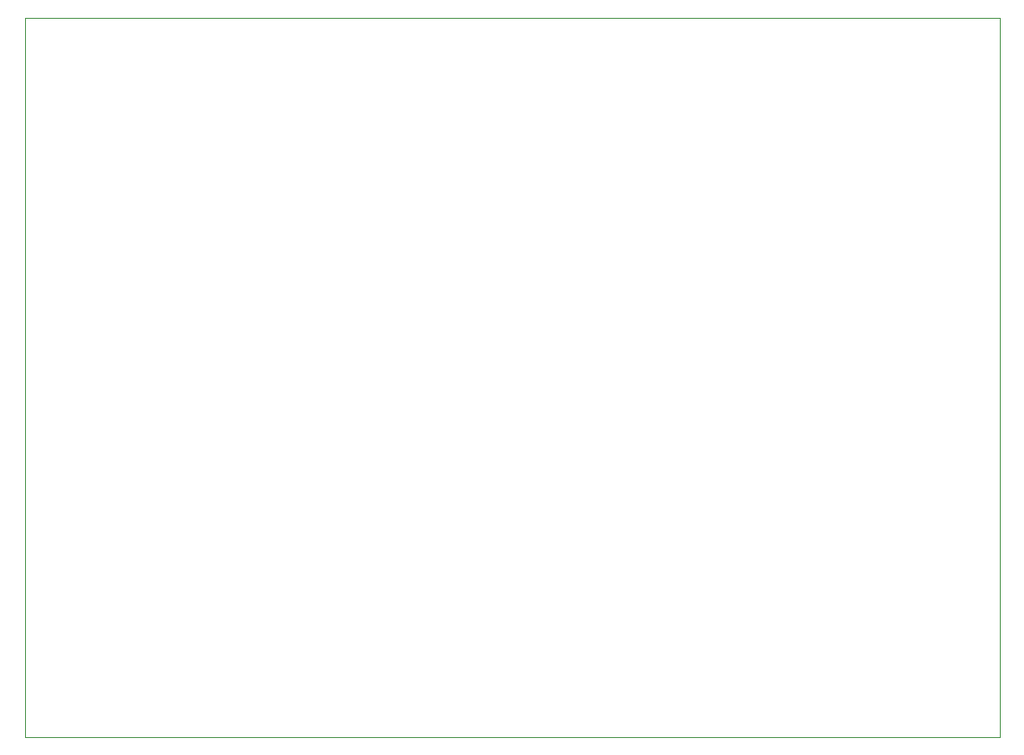
<source format=gbr>
%TF.GenerationSoftware,KiCad,Pcbnew,(6.0.0-0)*%
%TF.CreationDate,2022-01-05T21:04:32+01:00*%
%TF.ProjectId,Smogly1,536d6f67-6c79-4312-9e6b-696361645f70,rev?*%
%TF.SameCoordinates,Original*%
%TF.FileFunction,Profile,NP*%
%FSLAX46Y46*%
G04 Gerber Fmt 4.6, Leading zero omitted, Abs format (unit mm)*
G04 Created by KiCad (PCBNEW (6.0.0-0)) date 2022-01-05 21:04:32*
%MOMM*%
%LPD*%
G01*
G04 APERTURE LIST*
%TA.AperFunction,Profile*%
%ADD10C,0.050000*%
%TD*%
G04 APERTURE END LIST*
D10*
X257200000Y-136450000D02*
X257200000Y-68450000D01*
X257200000Y-68450000D02*
X164950000Y-68450000D01*
X164950000Y-136450000D02*
X257200000Y-136450000D01*
X164950000Y-68450000D02*
X164950000Y-136450000D01*
M02*

</source>
